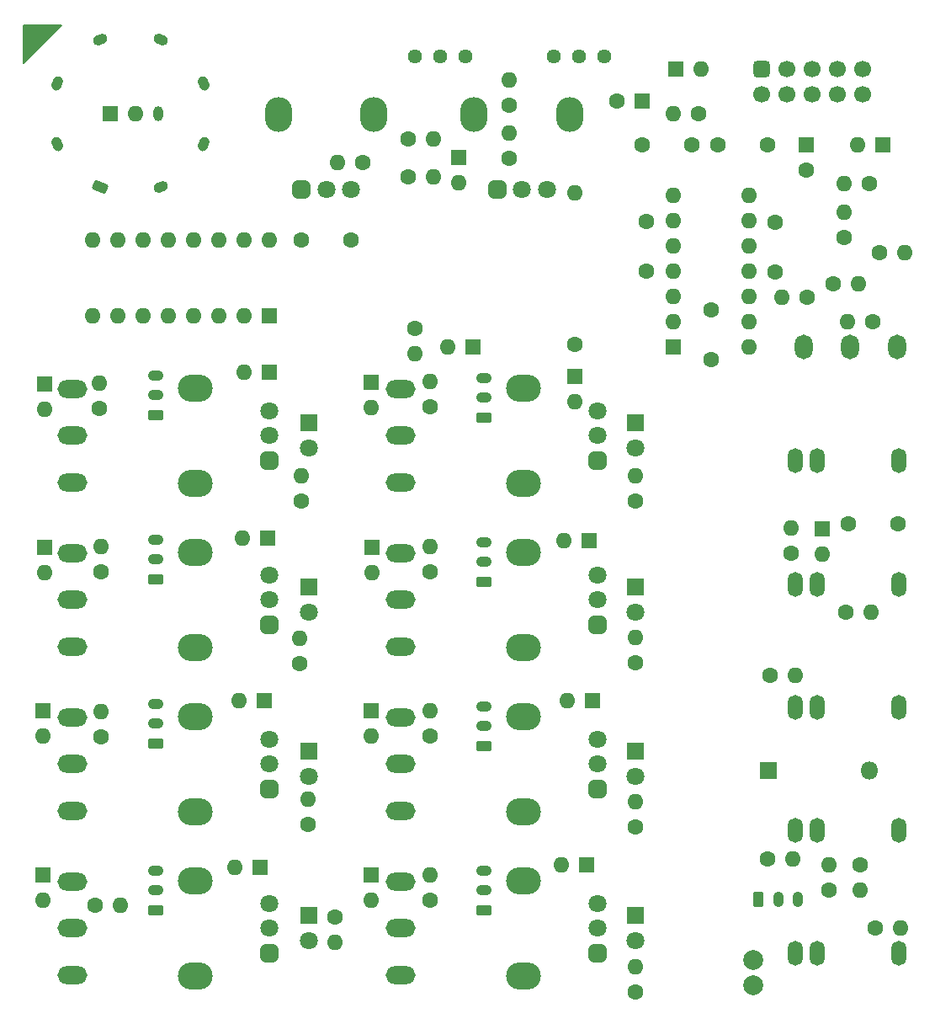
<source format=gbr>
G04 #@! TF.GenerationSoftware,KiCad,Pcbnew,7.0.10*
G04 #@! TF.CreationDate,2024-08-03T17:22:43+10:00*
G04 #@! TF.ProjectId,MK_Seq take 2,4d4b5f53-6571-4207-9461-6b6520322e6b,rev?*
G04 #@! TF.SameCoordinates,Original*
G04 #@! TF.FileFunction,Soldermask,Bot*
G04 #@! TF.FilePolarity,Negative*
%FSLAX46Y46*%
G04 Gerber Fmt 4.6, Leading zero omitted, Abs format (unit mm)*
G04 Created by KiCad (PCBNEW 7.0.10) date 2024-08-03 17:22:43*
%MOMM*%
%LPD*%
G01*
G04 APERTURE LIST*
G04 Aperture macros list*
%AMRoundRect*
0 Rectangle with rounded corners*
0 $1 Rounding radius*
0 $2 $3 $4 $5 $6 $7 $8 $9 X,Y pos of 4 corners*
0 Add a 4 corners polygon primitive as box body*
4,1,4,$2,$3,$4,$5,$6,$7,$8,$9,$2,$3,0*
0 Add four circle primitives for the rounded corners*
1,1,$1+$1,$2,$3*
1,1,$1+$1,$4,$5*
1,1,$1+$1,$6,$7*
1,1,$1+$1,$8,$9*
0 Add four rect primitives between the rounded corners*
20,1,$1+$1,$2,$3,$4,$5,0*
20,1,$1+$1,$4,$5,$6,$7,0*
20,1,$1+$1,$6,$7,$8,$9,0*
20,1,$1+$1,$8,$9,$2,$3,0*%
%AMHorizOval*
0 Thick line with rounded ends*
0 $1 width*
0 $2 $3 position (X,Y) of the first rounded end (center of the circle)*
0 $4 $5 position (X,Y) of the second rounded end (center of the circle)*
0 Add line between two ends*
20,1,$1,$2,$3,$4,$5,0*
0 Add two circle primitives to create the rounded ends*
1,1,$1,$2,$3*
1,1,$1,$4,$5*%
G04 Aperture macros list end*
%ADD10C,0.200000*%
%ADD11O,3.000000X1.800000*%
%ADD12O,2.750000X3.500000*%
%ADD13RoundRect,0.450000X0.450000X0.450000X-0.450000X0.450000X-0.450000X-0.450000X0.450000X-0.450000X0*%
%ADD14C,1.800000*%
%ADD15O,3.500000X2.750000*%
%ADD16RoundRect,0.450000X-0.450000X0.450000X-0.450000X-0.450000X0.450000X-0.450000X0.450000X0.450000X0*%
%ADD17C,1.600000*%
%ADD18R,1.600000X1.600000*%
%ADD19O,1.600000X1.600000*%
%ADD20R,1.800000X1.800000*%
%ADD21O,1.800000X2.500000*%
%ADD22O,1.500000X2.500000*%
%ADD23RoundRect,0.250000X0.366269X-0.422312X0.557611X0.039628X-0.366269X0.422312X-0.557611X-0.039628X0*%
%ADD24HorizOval,1.000000X-0.095671X0.230970X0.095671X-0.230970X0*%
%ADD25HorizOval,1.000000X0.095671X0.230970X-0.095671X-0.230970X0*%
%ADD26HorizOval,1.000000X0.230970X0.095671X-0.230970X-0.095671X0*%
%ADD27HorizOval,1.000000X-0.230970X0.095671X0.230970X-0.095671X0*%
%ADD28HorizOval,1.000000X-0.095671X-0.230970X0.095671X0.230970X0*%
%ADD29HorizOval,1.000000X-0.230970X-0.095671X0.230970X0.095671X0*%
%ADD30O,1.000000X1.500000*%
%ADD31C,2.000000*%
%ADD32RoundRect,0.150000X0.600000X-0.400000X0.600000X0.400000X-0.600000X0.400000X-0.600000X-0.400000X0*%
%ADD33O,1.540000X1.100000*%
%ADD34C,1.440000*%
%ADD35RoundRect,0.150000X-0.400000X-0.600000X0.400000X-0.600000X0.400000X0.600000X-0.400000X0.600000X0*%
%ADD36O,1.100000X1.540000*%
%ADD37O,1.800000X1.800000*%
%ADD38RoundRect,0.425000X0.425000X-0.425000X0.425000X0.425000X-0.425000X0.425000X-0.425000X-0.425000X0*%
%ADD39C,1.700000*%
G04 APERTURE END LIST*
D10*
X19685000Y-23495000D02*
X19685000Y-19685000D01*
X23495000Y-19685000D01*
X19685000Y-23495000D01*
G36*
X19685000Y-23495000D02*
G01*
X19685000Y-19685000D01*
X23495000Y-19685000D01*
X19685000Y-23495000D01*
G37*
D11*
X57647609Y-115201275D03*
X57648334Y-110490000D03*
X57648394Y-105788334D03*
X57647609Y-82181275D03*
X57648334Y-77470000D03*
X57648394Y-72768334D03*
X24627609Y-115201275D03*
X24628334Y-110490000D03*
X24628394Y-105788334D03*
X57647609Y-65671275D03*
X57648334Y-60960000D03*
X57648394Y-56258334D03*
X24627609Y-98691275D03*
X24628334Y-93980000D03*
X24628394Y-89278334D03*
X24627609Y-65671275D03*
X24628334Y-60960000D03*
X24628394Y-56258334D03*
X24627609Y-82181275D03*
X24628334Y-77470000D03*
X24628394Y-72768334D03*
X57647609Y-98691275D03*
X57648334Y-93980000D03*
X57648394Y-89278334D03*
D12*
X45365000Y-28707500D03*
X54965000Y-28707500D03*
D13*
X47665000Y-36207500D03*
D14*
X50165000Y-36207500D03*
X52665000Y-36207500D03*
D15*
X36962500Y-65760000D03*
X36962500Y-56160000D03*
D16*
X44462500Y-63460000D03*
D14*
X44462500Y-60960000D03*
X44462500Y-58460000D03*
D15*
X69982500Y-82270000D03*
X69982500Y-72670000D03*
D16*
X77482500Y-79970000D03*
D14*
X77482500Y-77470000D03*
X77482500Y-74970000D03*
D15*
X36962500Y-98780000D03*
X36962500Y-89180000D03*
D16*
X44462500Y-96480000D03*
D14*
X44462500Y-93980000D03*
X44462500Y-91480000D03*
D15*
X69982500Y-115290000D03*
X69982500Y-105690000D03*
D16*
X77482500Y-112990000D03*
D14*
X77482500Y-110490000D03*
X77482500Y-107990000D03*
D15*
X36962500Y-115290000D03*
X36962500Y-105690000D03*
D16*
X44462500Y-112990000D03*
D14*
X44462500Y-110490000D03*
X44462500Y-107990000D03*
D15*
X69982500Y-98780000D03*
X69982500Y-89180000D03*
D16*
X77482500Y-96480000D03*
D14*
X77482500Y-93980000D03*
X77482500Y-91480000D03*
D12*
X65050000Y-28707500D03*
X74650000Y-28707500D03*
D13*
X67350000Y-36207500D03*
D14*
X69850000Y-36207500D03*
X72350000Y-36207500D03*
D15*
X36962500Y-82270000D03*
X36962500Y-72670000D03*
D16*
X44462500Y-79970000D03*
D14*
X44462500Y-77470000D03*
X44462500Y-74970000D03*
D15*
X69982500Y-65760000D03*
X69982500Y-56160000D03*
D16*
X77482500Y-63460000D03*
D14*
X77482500Y-60960000D03*
X77482500Y-58460000D03*
D17*
X88900000Y-48300000D03*
X88900000Y-53300000D03*
X94580628Y-31729054D03*
X89580628Y-31729054D03*
D18*
X98425000Y-31750000D03*
D17*
X98425000Y-34250000D03*
X86955000Y-31750000D03*
X81955000Y-31750000D03*
D18*
X85344000Y-24130000D03*
D19*
X87884000Y-24130000D03*
D20*
X81280000Y-92705000D03*
D14*
X81280000Y-95245000D03*
D20*
X81280000Y-76195000D03*
D14*
X81280000Y-78735000D03*
D20*
X81280000Y-109215000D03*
D14*
X81280000Y-111755000D03*
D17*
X102235000Y-41050000D03*
D19*
X102235000Y-38510000D03*
D21*
X107570000Y-52070000D03*
X102870000Y-52070000D03*
X98170000Y-52070000D03*
D17*
X105820000Y-42545000D03*
D19*
X108360000Y-42545000D03*
D17*
X101190000Y-45720000D03*
D19*
X103730000Y-45720000D03*
D22*
X97340000Y-113030000D03*
X99540000Y-113030000D03*
X107740000Y-113030000D03*
D17*
X104775000Y-35620000D03*
D19*
X102235000Y-35620000D03*
D23*
X27415857Y-35956707D03*
D24*
X23103953Y-31623520D03*
D25*
X23105544Y-25516624D03*
D26*
X27419240Y-21184483D03*
D27*
X33542801Y-21184338D03*
D24*
X37869460Y-25516938D03*
D28*
X37864640Y-31636947D03*
D29*
X33538310Y-35967950D03*
D30*
X33230000Y-28566605D03*
D20*
X48392500Y-59685000D03*
D14*
X48392500Y-62225000D03*
D20*
X48392500Y-109215000D03*
D14*
X48392500Y-111755000D03*
D20*
X48392500Y-76195000D03*
D14*
X48392500Y-78735000D03*
D18*
X106172000Y-31750000D03*
D19*
X103632000Y-31750000D03*
D17*
X87630000Y-28575000D03*
D19*
X85090000Y-28575000D03*
D20*
X48392500Y-92705000D03*
D14*
X48392500Y-95245000D03*
D31*
X93090000Y-116205000D03*
X93090000Y-113665000D03*
D20*
X81280000Y-59685000D03*
D14*
X81280000Y-62225000D03*
D22*
X97340000Y-88265000D03*
X99540000Y-88265000D03*
X107740000Y-88265000D03*
X97340000Y-63500000D03*
X99540000Y-63500000D03*
X107740000Y-63500000D03*
X97340000Y-75882500D03*
X99540000Y-75882500D03*
X107740000Y-75882500D03*
D18*
X81915000Y-27305000D03*
D17*
X79415000Y-27305000D03*
D22*
X97340000Y-100647500D03*
X99540000Y-100647500D03*
X107740000Y-100647500D03*
D17*
X48323328Y-100082892D03*
D19*
X48323328Y-97542892D03*
D17*
X105156000Y-49530000D03*
D19*
X102616000Y-49530000D03*
D32*
X33020000Y-58895583D03*
D33*
X33020000Y-56895225D03*
X33020000Y-54895225D03*
D34*
X64135000Y-22860000D03*
X61595000Y-22860000D03*
X59055000Y-22860000D03*
D35*
X93629642Y-107586480D03*
D36*
X95630000Y-107586480D03*
X97630000Y-107586480D03*
D32*
X66040000Y-75659583D03*
D33*
X66040000Y-73659225D03*
X66040000Y-71659225D03*
D17*
X81280000Y-83820000D03*
D19*
X81280000Y-81280000D03*
D18*
X21792598Y-72238074D03*
D19*
X21792598Y-74778074D03*
D17*
X98552000Y-47071613D03*
D19*
X96012000Y-47071613D03*
D18*
X43468144Y-104395877D03*
D19*
X40928144Y-104395877D03*
D18*
X75184000Y-55047539D03*
D19*
X75184000Y-57587539D03*
D17*
X81280000Y-100330000D03*
D19*
X81280000Y-97790000D03*
D17*
X100710000Y-106680000D03*
D19*
X100710000Y-104140000D03*
D18*
X44271780Y-71241941D03*
D19*
X41731780Y-71241941D03*
D17*
X60586657Y-74668408D03*
D19*
X60586657Y-72128408D03*
D18*
X54710357Y-105145489D03*
D19*
X54710357Y-107685489D03*
D18*
X21691299Y-105146453D03*
D19*
X21691299Y-107686453D03*
D17*
X68580000Y-33049000D03*
D19*
X68580000Y-30509000D03*
D18*
X76355686Y-104140000D03*
D19*
X73815686Y-104140000D03*
D34*
X78105000Y-22860000D03*
X75565000Y-22860000D03*
X73025000Y-22860000D03*
D18*
X54706649Y-55613605D03*
D19*
X54706649Y-58153605D03*
D18*
X54711299Y-88659898D03*
D19*
X54711299Y-91199898D03*
D17*
X47665000Y-41275000D03*
X52665000Y-41275000D03*
D32*
X66040000Y-92170358D03*
D33*
X66040000Y-90170000D03*
X66040000Y-88170000D03*
D32*
X66040000Y-108679583D03*
D33*
X66040000Y-106679225D03*
X66040000Y-104679225D03*
D17*
X81280000Y-116865000D03*
D19*
X81280000Y-114325000D03*
D18*
X43970686Y-87630000D03*
D19*
X41430686Y-87630000D03*
D17*
X27492562Y-74660905D03*
D19*
X27492562Y-72120905D03*
D20*
X94610000Y-94615000D03*
D37*
X104770000Y-94615000D03*
D18*
X54756321Y-72160197D03*
D19*
X54756321Y-74700197D03*
D32*
X33020000Y-108679583D03*
D33*
X33020000Y-106679225D03*
X33020000Y-104679225D03*
D17*
X94585000Y-103505000D03*
D19*
X97125000Y-103505000D03*
D17*
X53877000Y-33528000D03*
D19*
X51337000Y-33528000D03*
D17*
X81280000Y-67560000D03*
D19*
X81280000Y-65020000D03*
D17*
X103885000Y-104140000D03*
D19*
X103885000Y-106680000D03*
D17*
X68580000Y-27715000D03*
D19*
X68580000Y-25175000D03*
D17*
X60578212Y-107668708D03*
D19*
X60578212Y-105128708D03*
D17*
X75184000Y-51816000D03*
D19*
X75184000Y-36576000D03*
D17*
X94840000Y-85090000D03*
D19*
X97380000Y-85090000D03*
D17*
X58420000Y-34925000D03*
D19*
X60960000Y-34925000D03*
D17*
X27340613Y-58258806D03*
D19*
X27340613Y-55718806D03*
D18*
X63500000Y-33020000D03*
D19*
X63500000Y-35560000D03*
D32*
X33020000Y-75406358D03*
D33*
X33020000Y-73406000D03*
X33020000Y-71406000D03*
D17*
X102460000Y-78740000D03*
D19*
X105000000Y-78740000D03*
D17*
X58420000Y-31115000D03*
D19*
X60960000Y-31115000D03*
D18*
X21695992Y-88635517D03*
D19*
X21695992Y-91175517D03*
D18*
X85100000Y-52075000D03*
D19*
X85100000Y-49535000D03*
X85100000Y-46995000D03*
X85100000Y-44455000D03*
X85100000Y-41915000D03*
X85100000Y-39375000D03*
X85100000Y-36835000D03*
X92720000Y-36835000D03*
X92720000Y-39375000D03*
X92720000Y-41915000D03*
X92720000Y-44455000D03*
X92720000Y-46995000D03*
X92720000Y-49535000D03*
X92720000Y-52075000D03*
D18*
X64925686Y-52070000D03*
D19*
X62385686Y-52070000D03*
D18*
X44450000Y-54610000D03*
D19*
X41910000Y-54610000D03*
D17*
X47488334Y-83845000D03*
D19*
X47488334Y-81305000D03*
D17*
X105380000Y-110490000D03*
D19*
X107920000Y-110490000D03*
D17*
X60624204Y-58051503D03*
D19*
X60624204Y-55511503D03*
D17*
X95353553Y-44478006D03*
X95353553Y-39478006D03*
D18*
X100075000Y-70329314D03*
D19*
X100075000Y-72869314D03*
D17*
X47625000Y-67560000D03*
D19*
X47625000Y-65020000D03*
D18*
X76990686Y-87630000D03*
D19*
X74450686Y-87630000D03*
D18*
X76618321Y-71518635D03*
D19*
X74078321Y-71518635D03*
D17*
X82407680Y-44436832D03*
X82407680Y-39436832D03*
X107695000Y-69850000D03*
X102695000Y-69850000D03*
D32*
X66040000Y-59150358D03*
D33*
X66040000Y-57150000D03*
X66040000Y-55150000D03*
D18*
X44435000Y-48897500D03*
D19*
X41895000Y-48897500D03*
X39355000Y-48897500D03*
X36815000Y-48897500D03*
X34275000Y-48897500D03*
X31735000Y-48897500D03*
X29195000Y-48897500D03*
X26655000Y-48897500D03*
X26655000Y-41277500D03*
X29195000Y-41277500D03*
X31735000Y-41277500D03*
X34275000Y-41277500D03*
X36815000Y-41277500D03*
X39355000Y-41277500D03*
X41895000Y-41277500D03*
X44435000Y-41277500D03*
D32*
X33020000Y-91915583D03*
D33*
X33020000Y-89915225D03*
X33020000Y-87915225D03*
D17*
X27487912Y-91251569D03*
D19*
X27487912Y-88711569D03*
D38*
X93985628Y-24109054D03*
D39*
X93985628Y-26649054D03*
X96525628Y-24109054D03*
X96525628Y-26649054D03*
X99065628Y-24109054D03*
X99065628Y-26649054D03*
X101605628Y-24109054D03*
X101605628Y-26649054D03*
X104145628Y-24109054D03*
X104145628Y-26649054D03*
D18*
X21794478Y-55788121D03*
D19*
X21794478Y-58328121D03*
D18*
X28419314Y-28575000D03*
D19*
X30959314Y-28575000D03*
D17*
X51058886Y-109346624D03*
D19*
X51058886Y-111886624D03*
D17*
X96900000Y-72800000D03*
D19*
X96900000Y-70260000D03*
D17*
X60588569Y-91185926D03*
D19*
X60588569Y-88645926D03*
D17*
X59055000Y-50165000D03*
D19*
X59055000Y-52705000D03*
D17*
X26895000Y-108204000D03*
D19*
X29435000Y-108204000D03*
M02*

</source>
